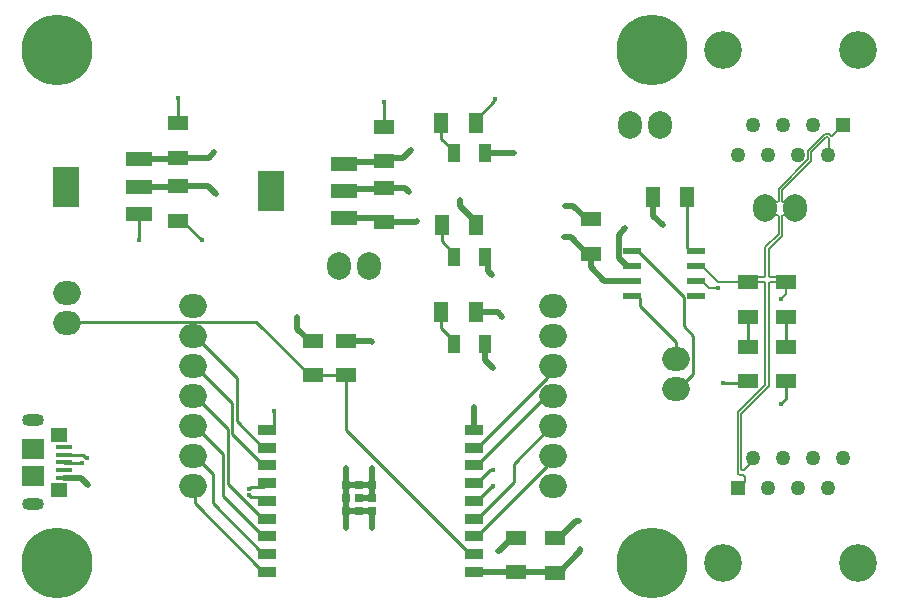
<source format=gtl>
G04*
G04 #@! TF.GenerationSoftware,Altium Limited,Altium Designer,24.1.2 (44)*
G04*
G04 Layer_Physical_Order=1*
G04 Layer_Color=255*
%FSLAX44Y44*%
%MOMM*%
G71*
G04*
G04 #@! TF.SameCoordinates,CB13D785-5938-4027-9B75-91E117B44D59*
G04*
G04*
G04 #@! TF.FilePolarity,Positive*
G04*
G01*
G75*
%ADD14C,0.2540*%
%ADD17R,1.4000X0.4000*%
%ADD18R,1.4500X1.1500*%
%ADD19R,1.9000X1.7500*%
%ADD20R,1.8000X1.1500*%
%ADD21R,2.2000X3.5000*%
%ADD22R,2.2000X1.2000*%
%ADD23R,1.1500X1.8000*%
%ADD24R,1.0000X1.5000*%
%ADD25R,0.7000X0.7000*%
%ADD26R,1.5000X0.9000*%
%ADD27R,1.5500X0.6000*%
%ADD47C,0.5080*%
%ADD48C,0.1482*%
%ADD49O,1.8500X1.0500*%
%ADD50C,6.0000*%
%ADD51O,2.3500X2.0000*%
%ADD52R,1.2680X1.2680*%
%ADD53C,1.2680*%
%ADD54C,3.2000*%
%ADD55O,2.0000X2.3500*%
%ADD56C,0.4500*%
D14*
X211530Y101190D02*
X214760Y104420D01*
X201306Y101190D02*
X211530D01*
X199920Y99805D02*
X201306Y101190D01*
X199390Y99805D02*
X199920D01*
Y94035D02*
X201306Y92650D01*
X211530D01*
X199390Y94035D02*
X199920D01*
X211530Y92650D02*
X214760Y89420D01*
X58820Y128610D02*
X61700Y125730D01*
X43240Y121880D02*
X57920D01*
X58150Y121650D01*
X43010Y128610D02*
X58820D01*
X61700Y125730D02*
X62230D01*
X43010Y122110D02*
X43240Y121880D01*
X168910Y87270D02*
X211760Y44420D01*
X181610Y103771D02*
X207731Y77650D01*
X211530D01*
X177800Y93380D02*
Y128750D01*
X181610Y103771D02*
Y150340D01*
X177800Y93380D02*
X211760Y59420D01*
X214760D01*
X154150Y152400D02*
X177800Y128750D01*
X168910Y87270D02*
Y112240D01*
X154150Y127000D02*
X168910Y112240D01*
X570760Y303660D02*
Y346710D01*
Y303660D02*
X573430Y300990D01*
X578180D01*
X406025Y115195D02*
X406400Y115570D01*
X389760Y104420D02*
X392760D01*
X403535Y115195D01*
X406025D01*
X561340Y184150D02*
X563090D01*
X575630Y196690D01*
X567890Y237063D02*
X575630Y229323D01*
Y196690D02*
Y229323D01*
X567890Y237063D02*
Y262030D01*
X528930Y300990D02*
X567890Y262030D01*
X524180Y300990D02*
X528930D01*
X392760Y89420D02*
X404565Y101225D01*
X406025D01*
X406400Y101600D01*
X389760Y89420D02*
X392760D01*
X530660Y254728D02*
Y261160D01*
Y254728D02*
X561340Y224048D01*
Y209550D02*
Y224048D01*
X524180Y262890D02*
X528930D01*
X530660Y261160D01*
X189230Y156950D02*
X211760Y134420D01*
X189230Y156950D02*
Y193520D01*
X154150Y228600D02*
X189230Y193520D01*
X152400Y228600D02*
X154150D01*
X211760Y134420D02*
X214760D01*
X185420Y145760D02*
X211760Y119420D01*
X185420Y145760D02*
Y171930D01*
X154150Y203200D02*
X185420Y171930D01*
X211760Y119420D02*
X214760D01*
X152400Y203200D02*
X154150D01*
Y177800D02*
X181610Y150340D01*
X211530Y77650D02*
X214760Y74420D01*
X152400Y177800D02*
X154150D01*
X152400Y152400D02*
X154150D01*
X211760Y44420D02*
X214760D01*
X152400Y127000D02*
X154150D01*
X153390Y87790D02*
X211760Y29420D01*
X152400Y101600D02*
X153390Y100610D01*
Y87790D02*
Y100610D01*
X211760Y29420D02*
X214760D01*
X220980Y152650D02*
Y165100D01*
X217750Y149420D02*
X220980Y152650D01*
X214760Y149420D02*
X217750D01*
X392760Y134420D02*
X452109Y193769D01*
Y198109D02*
X457200Y203200D01*
X389760Y134420D02*
X392760D01*
X452109Y193769D02*
Y198109D01*
X392760Y119420D02*
X451140Y177800D01*
X457200D01*
X389760Y119420D02*
X392760D01*
Y74420D02*
X424050Y105710D01*
Y121000D02*
X455450Y152400D01*
X424050Y105710D02*
Y121000D01*
X389760Y74420D02*
X392760D01*
X455450Y152400D02*
X457200D01*
X392760Y59420D02*
X452109Y118769D01*
X389760Y59420D02*
X392760D01*
X452109Y121909D02*
X457200Y127000D01*
X452109Y118769D02*
Y121909D01*
X362690Y309070D02*
Y322580D01*
Y309070D02*
X373350Y298410D01*
Y295910D02*
Y298410D01*
X362305Y235795D02*
X373350Y224750D01*
X362305Y235795D02*
Y248920D01*
X373350Y222250D02*
Y224750D01*
X362305Y396130D02*
X368665Y389770D01*
X369620D02*
X373350Y386040D01*
Y383540D02*
Y386040D01*
X362305Y396130D02*
Y408940D01*
X368665Y389770D02*
X369620D01*
X46830Y241140D02*
X205230D01*
X45720Y240030D02*
X46830Y241140D01*
X205230D02*
X250790Y195580D01*
X254040D01*
X282040Y149140D02*
X386760Y44420D01*
X282040Y149140D02*
Y195580D01*
X254040D02*
X282040D01*
X386760Y44420D02*
X389760D01*
X654050Y219710D02*
Y245320D01*
X622300Y219710D02*
Y245320D01*
X313690Y406190D02*
Y426720D01*
X106680Y309880D02*
Y332460D01*
X159670Y309880D02*
X160020D01*
X142950Y326600D02*
X159670Y309880D01*
X139700Y326600D02*
X142950D01*
X139700Y408940D02*
Y430530D01*
X650240Y171980D02*
X654050Y175790D01*
X650240Y171450D02*
Y171980D01*
X654050Y175790D02*
Y190710D01*
X600710Y189230D02*
X620820D01*
X622300Y190710D01*
X407295Y428180D02*
Y428885D01*
X391305Y408940D02*
Y412190D01*
X407295Y428180D01*
Y428885D02*
X407670Y429260D01*
D17*
X43010Y135110D02*
D03*
Y128610D02*
D03*
Y122110D02*
D03*
Y115610D02*
D03*
Y109110D02*
D03*
D18*
X38810Y145310D02*
D03*
Y98910D02*
D03*
D19*
X16510Y133360D02*
D03*
Y110860D02*
D03*
D20*
X622300Y245320D02*
D03*
Y274320D02*
D03*
X139700Y326600D02*
D03*
Y355600D02*
D03*
Y408940D02*
D03*
Y379940D02*
D03*
X313690Y406190D02*
D03*
Y377190D02*
D03*
Y325330D02*
D03*
Y354330D02*
D03*
X622300Y190710D02*
D03*
Y219710D02*
D03*
X654050D02*
D03*
Y190710D02*
D03*
Y274320D02*
D03*
Y245320D02*
D03*
X282040Y224580D02*
D03*
Y195580D02*
D03*
X254040D02*
D03*
Y224580D02*
D03*
X425450Y58210D02*
D03*
Y29210D02*
D03*
X458470Y57680D02*
D03*
Y28680D02*
D03*
X488950Y298660D02*
D03*
Y327660D02*
D03*
D21*
X44680Y355460D02*
D03*
X217920Y351790D02*
D03*
D22*
X106680Y332460D02*
D03*
Y378460D02*
D03*
Y355460D02*
D03*
X279920Y374790D02*
D03*
Y351790D02*
D03*
Y328790D02*
D03*
D23*
X391305Y408940D02*
D03*
X362305D02*
D03*
X391690Y322580D02*
D03*
X362690D02*
D03*
X362305Y248920D02*
D03*
X391305D02*
D03*
X541760Y346710D02*
D03*
X570760D02*
D03*
D24*
X399310Y383540D02*
D03*
X373350D02*
D03*
Y222250D02*
D03*
X399310D02*
D03*
X373350Y295910D02*
D03*
X399310D02*
D03*
D25*
X303660Y102420D02*
D03*
X292660D02*
D03*
X281660D02*
D03*
Y80420D02*
D03*
X292660D02*
D03*
X303660D02*
D03*
Y91420D02*
D03*
X281660D02*
D03*
X292660D02*
D03*
D26*
X214760Y29420D02*
D03*
Y44420D02*
D03*
Y59420D02*
D03*
Y74420D02*
D03*
Y89420D02*
D03*
Y104420D02*
D03*
Y119420D02*
D03*
Y134420D02*
D03*
Y149420D02*
D03*
X389760D02*
D03*
Y134420D02*
D03*
Y119420D02*
D03*
Y104420D02*
D03*
Y89420D02*
D03*
Y74420D02*
D03*
Y59420D02*
D03*
Y44420D02*
D03*
Y29420D02*
D03*
D27*
X524180Y275590D02*
D03*
X578180Y262890D02*
D03*
Y275590D02*
D03*
Y288290D02*
D03*
Y300990D02*
D03*
X524180Y262890D02*
D03*
Y288290D02*
D03*
Y300990D02*
D03*
D47*
X43010Y109110D02*
X57260D01*
X63500Y102870D01*
X281660Y80420D02*
X292660D01*
X303660Y102420D02*
Y116710D01*
X303530Y116840D02*
X303660Y116710D01*
X281660Y102420D02*
Y116560D01*
X281940Y116840D01*
X281660Y66320D02*
Y80420D01*
Y66320D02*
X281940Y66040D01*
X292660Y80420D02*
X303660D01*
X541760Y330730D02*
Y346710D01*
Y330730D02*
X549910Y322580D01*
X399310Y383540D02*
X424180D01*
X303530Y66040D02*
X303660Y66170D01*
Y80420D01*
Y91420D02*
Y102420D01*
X292660D02*
X303660D01*
X281660D02*
X292660D01*
X281660Y91420D02*
Y102420D01*
Y80420D02*
Y91420D01*
X292660D02*
X303660D01*
X512620Y314500D02*
X518160Y320040D01*
X519430Y288290D02*
X524180D01*
X512620Y295100D02*
X519430Y288290D01*
X512620Y295100D02*
Y314500D01*
X389760Y149420D02*
Y168780D01*
X389890Y168910D01*
X399310Y209020D02*
X406400Y201930D01*
X399310Y209020D02*
Y222250D01*
X302470Y224580D02*
X303530Y223520D01*
X282040Y224580D02*
X302470D01*
X410980Y46990D02*
X422200Y58210D01*
X410210Y46990D02*
X410980D01*
X422200Y58210D02*
X425450D01*
X476431Y72390D02*
X478790D01*
X458470Y57680D02*
X461720D01*
X476431Y72390D01*
X467360Y339090D02*
X474270D01*
X485700Y327660D02*
X488950D01*
X474270Y339090D02*
X485700Y327660D01*
X401770Y284030D02*
X405130Y280670D01*
X399310Y295910D02*
X401770Y293450D01*
Y284030D02*
Y293450D01*
X313690Y325330D02*
X340570D01*
X341630Y326390D01*
X279920Y328790D02*
X306980D01*
X310440Y325330D01*
X313690D01*
X330310Y379840D02*
X336550Y386080D01*
X313690Y377190D02*
X316340Y379840D01*
X330310D01*
X279920Y374790D02*
X281120Y375990D01*
X312490D01*
X313690Y377190D01*
X165310Y379940D02*
X170180Y384810D01*
X139700Y379940D02*
X165310D01*
X107420Y379200D02*
X138960D01*
X139700Y379940D01*
X106680Y378460D02*
X107420Y379200D01*
X488950Y287020D02*
Y298660D01*
X500380Y275590D02*
X524180D01*
X488950Y287020D02*
X500380Y275590D01*
X466090Y312420D02*
X471940D01*
X485700Y298660D01*
X488950D01*
X378460Y339060D02*
Y344170D01*
Y339060D02*
X391690Y325830D01*
Y322580D02*
Y325830D01*
X313690Y354330D02*
X331470D01*
X335280Y350520D01*
X281190Y353060D02*
X312420D01*
X279920Y351790D02*
X281190Y353060D01*
X312420D02*
X313690Y354330D01*
X391305Y248920D02*
X410210D01*
X414020Y245110D01*
X250790Y224580D02*
X254040D01*
X240030Y235340D02*
X250790Y224580D01*
X240030Y235340D02*
Y245110D01*
X389760Y29420D02*
X389865Y29315D01*
X425345D02*
X425450Y29210D01*
X389865Y29315D02*
X425345D01*
X425715Y28945D02*
X458205D01*
X425450Y29210D02*
X425715Y28945D01*
X458205D02*
X458470Y28680D01*
X461720D02*
X480060Y47020D01*
Y48260D01*
X458470Y28680D02*
X461720D01*
X165100Y355600D02*
X171450Y349250D01*
X139700Y355600D02*
X165100D01*
X139630Y355530D02*
X139700Y355600D01*
X106750Y355530D02*
X139630D01*
X106680Y355460D02*
X106750Y355530D01*
D48*
X613684Y112456D02*
Y164500D01*
X617304Y115433D02*
X618531D01*
X616436Y116301D02*
Y163360D01*
X615053Y111087D02*
X618030D01*
X616436Y116301D02*
X617304Y115433D01*
X618531D02*
X626500Y123402D01*
X618030Y111087D02*
X619399Y109717D01*
Y105599D02*
Y109717D01*
X613684Y112456D02*
X615053Y111087D01*
X613800Y100000D02*
X619399Y105599D01*
X616436Y163360D02*
X639551Y186475D01*
Y273452D01*
X640419Y274320D01*
X654050D01*
X582930Y275590D02*
X589280Y269240D01*
X596900D01*
X578180Y275590D02*
X582930D01*
X650240Y260350D02*
X654050Y264160D01*
Y274320D01*
X690273Y382273D02*
Y396201D01*
X689405Y397069D02*
X690273Y396201D01*
X690000Y382000D02*
X690273Y382273D01*
X688178Y397069D02*
X689405D01*
X675703Y384594D02*
X688178Y397069D01*
X675703Y377401D02*
Y384594D01*
X656707Y342293D02*
X662000Y337000D01*
X656707Y331707D02*
X662000Y337000D01*
X651867Y331707D02*
X656707D01*
X651867Y342293D02*
X656707D01*
X650676Y343484D02*
X651867Y342293D01*
X650676Y330516D02*
X651867Y331707D01*
X650676Y352375D02*
X675703Y377401D01*
X650676Y313963D02*
Y330516D01*
X639551Y302838D02*
X650676Y313963D01*
Y343484D02*
Y352375D01*
X639551Y280197D02*
Y302838D01*
Y280197D02*
X640419Y279329D01*
X649041D02*
X654050Y274320D01*
X640419Y279329D02*
X649041D01*
X626500Y123402D02*
Y125400D01*
X613684Y164500D02*
X636799Y187615D01*
Y273452D01*
X635931Y274320D02*
X636799Y273452D01*
X622300Y274320D02*
X635931D01*
X596900D02*
X622300D01*
X582930Y288290D02*
X596900Y274320D01*
X578180Y288290D02*
X582930D01*
X693447Y398147D02*
X702700Y407400D01*
X692219Y398147D02*
X693447D01*
X690545Y399821D02*
X692219Y398147D01*
X687038Y399821D02*
X690545D01*
X672951Y385734D02*
X687038Y399821D01*
X672951Y378541D02*
Y385734D01*
X647924Y353514D02*
X672951Y378541D01*
X646734Y342293D02*
X647924Y343484D01*
Y315103D02*
Y330516D01*
X646734Y331707D02*
X647924Y330516D01*
Y343484D02*
Y353514D01*
X641893Y342293D02*
X646734D01*
X641893Y331707D02*
X646734D01*
X636600Y337000D02*
X641893Y342293D01*
X636799Y303978D02*
X647924Y315103D01*
X636600Y337000D02*
X641893Y331707D01*
X636799Y280197D02*
Y303978D01*
X635931Y279329D02*
X636799Y280197D01*
X627309Y279329D02*
X635931D01*
X622300Y274320D02*
X627309Y279329D01*
D49*
X16510Y86360D02*
D03*
Y157860D02*
D03*
D50*
X36830Y36830D02*
D03*
X541020Y471170D02*
D03*
Y36830D02*
D03*
X36830Y471170D02*
D03*
D51*
X561340Y184150D02*
D03*
Y209550D02*
D03*
X457200Y254000D02*
D03*
Y228600D02*
D03*
Y203200D02*
D03*
Y177800D02*
D03*
Y152400D02*
D03*
Y127000D02*
D03*
Y101600D02*
D03*
X45720Y265430D02*
D03*
Y240030D02*
D03*
X152400Y254000D02*
D03*
Y228600D02*
D03*
Y203200D02*
D03*
Y177800D02*
D03*
Y152400D02*
D03*
Y127000D02*
D03*
Y101600D02*
D03*
D52*
X702700Y407400D02*
D03*
X613800Y100000D02*
D03*
D53*
X690000Y382000D02*
D03*
X677300Y407400D02*
D03*
X664600Y382000D02*
D03*
X651900Y407400D02*
D03*
X639200Y382000D02*
D03*
X626500Y407400D02*
D03*
X613800Y382000D02*
D03*
X702700Y125400D02*
D03*
X626500D02*
D03*
X639200Y100000D02*
D03*
X651900Y125400D02*
D03*
X664600Y100000D02*
D03*
X677300Y125400D02*
D03*
X690000Y100000D02*
D03*
D54*
X715400Y470900D02*
D03*
X601100D02*
D03*
Y36500D02*
D03*
X715400D02*
D03*
D55*
X275590Y288290D02*
D03*
X300990D02*
D03*
X662000Y337000D02*
D03*
X636600D02*
D03*
X521970Y407670D02*
D03*
X547370D02*
D03*
D56*
X63500Y102870D02*
D03*
X199390Y99805D02*
D03*
Y94035D02*
D03*
X58150Y121650D02*
D03*
X62230Y125730D02*
D03*
X303530Y116840D02*
D03*
X281940D02*
D03*
Y66040D02*
D03*
X406400Y115570D02*
D03*
Y101600D02*
D03*
X220980Y165100D02*
D03*
X596900Y269240D02*
D03*
X650240Y260350D02*
D03*
X549910Y322580D02*
D03*
X424180Y383540D02*
D03*
X303530Y66040D02*
D03*
X518160Y320040D02*
D03*
X389890Y168910D02*
D03*
X406400Y201930D02*
D03*
X303530Y223520D02*
D03*
X410210Y46990D02*
D03*
X478790Y72390D02*
D03*
X467360Y339090D02*
D03*
X405130Y280670D02*
D03*
X341630Y326390D02*
D03*
X313690Y426720D02*
D03*
X106680Y309880D02*
D03*
X160020D02*
D03*
X139700Y430530D02*
D03*
X650240Y171450D02*
D03*
X600710Y189230D02*
D03*
X407670Y429260D02*
D03*
X336550Y386080D02*
D03*
X170180Y384810D02*
D03*
X466090Y312420D02*
D03*
X378460Y344170D02*
D03*
X335280Y350520D02*
D03*
X414020Y245110D02*
D03*
X240030D02*
D03*
X480060Y48260D02*
D03*
X171450Y349250D02*
D03*
M02*

</source>
